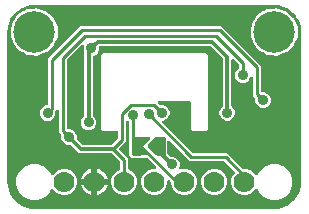
<source format=gbr>
G04 EAGLE Gerber RS-274X export*
G75*
%MOMM*%
%FSLAX34Y34*%
%LPD*%
%INBottom Copper*%
%IPPOS*%
%AMOC8*
5,1,8,0,0,1.08239X$1,22.5*%
G01*
%ADD10C,3.516000*%
%ADD11C,1.778000*%
%ADD12C,0.381000*%
%ADD13C,0.889000*%
%ADD14C,0.254000*%
%ADD15C,0.304800*%

G36*
X228622Y2543D02*
X228622Y2543D01*
X228700Y2545D01*
X232077Y2810D01*
X232145Y2824D01*
X232214Y2829D01*
X232370Y2869D01*
X238794Y4956D01*
X238901Y5006D01*
X239012Y5050D01*
X239063Y5083D01*
X239082Y5091D01*
X239097Y5104D01*
X239148Y5136D01*
X244612Y9107D01*
X244699Y9188D01*
X244746Y9227D01*
X244752Y9231D01*
X244753Y9232D01*
X244791Y9264D01*
X244829Y9310D01*
X244844Y9324D01*
X244855Y9342D01*
X244893Y9388D01*
X248864Y14852D01*
X248921Y14956D01*
X248985Y15056D01*
X249007Y15113D01*
X249017Y15131D01*
X249022Y15151D01*
X249044Y15206D01*
X251131Y21630D01*
X251144Y21698D01*
X251167Y21764D01*
X251190Y21923D01*
X251455Y25300D01*
X251455Y25304D01*
X251456Y25307D01*
X251455Y25326D01*
X251459Y25400D01*
X251459Y152400D01*
X251457Y152422D01*
X251455Y152500D01*
X251190Y155877D01*
X251176Y155945D01*
X251171Y156014D01*
X251131Y156170D01*
X249044Y162594D01*
X248993Y162701D01*
X248950Y162812D01*
X248917Y162863D01*
X248909Y162882D01*
X248896Y162897D01*
X248864Y162948D01*
X247171Y165278D01*
X247153Y165297D01*
X247139Y165320D01*
X247044Y165413D01*
X246953Y165509D01*
X246931Y165524D01*
X246912Y165542D01*
X246798Y165608D01*
X246792Y165624D01*
X246789Y165651D01*
X246740Y165775D01*
X246697Y165900D01*
X246682Y165922D01*
X246672Y165947D01*
X246586Y166083D01*
X244893Y168413D01*
X244812Y168499D01*
X244736Y168591D01*
X244690Y168629D01*
X244676Y168644D01*
X244658Y168655D01*
X244612Y168693D01*
X239148Y172664D01*
X239044Y172721D01*
X238944Y172785D01*
X238887Y172807D01*
X238869Y172817D01*
X238849Y172822D01*
X238794Y172844D01*
X232370Y174931D01*
X232302Y174944D01*
X232236Y174967D01*
X232077Y174990D01*
X228700Y175255D01*
X228678Y175254D01*
X228600Y175259D01*
X25400Y175259D01*
X25378Y175257D01*
X25300Y175255D01*
X21923Y174990D01*
X21855Y174976D01*
X21786Y174971D01*
X21630Y174931D01*
X18892Y174041D01*
X18867Y174030D01*
X18841Y174024D01*
X18724Y173963D01*
X18604Y173906D01*
X18583Y173889D01*
X18560Y173877D01*
X18462Y173789D01*
X18445Y173788D01*
X18418Y173793D01*
X18286Y173785D01*
X18153Y173783D01*
X18128Y173775D01*
X18101Y173774D01*
X17945Y173734D01*
X15206Y172844D01*
X15099Y172794D01*
X14988Y172750D01*
X14937Y172717D01*
X14918Y172709D01*
X14903Y172696D01*
X14852Y172664D01*
X9388Y168693D01*
X9301Y168612D01*
X9209Y168536D01*
X9171Y168490D01*
X9156Y168476D01*
X9145Y168458D01*
X9107Y168412D01*
X5136Y162948D01*
X5079Y162844D01*
X5015Y162744D01*
X4993Y162687D01*
X4983Y162669D01*
X4978Y162649D01*
X4956Y162594D01*
X2869Y156170D01*
X2856Y156102D01*
X2833Y156036D01*
X2810Y155877D01*
X2545Y152500D01*
X2546Y152478D01*
X2541Y152400D01*
X2541Y25400D01*
X2543Y25378D01*
X2545Y25300D01*
X2810Y21923D01*
X2824Y21855D01*
X2829Y21786D01*
X2869Y21630D01*
X4956Y15206D01*
X5006Y15099D01*
X5050Y14988D01*
X5083Y14937D01*
X5091Y14918D01*
X5104Y14903D01*
X5136Y14852D01*
X9107Y9388D01*
X9127Y9366D01*
X9138Y9348D01*
X9184Y9305D01*
X9188Y9301D01*
X9264Y9209D01*
X9310Y9171D01*
X9324Y9156D01*
X9342Y9145D01*
X9388Y9107D01*
X14852Y5136D01*
X14956Y5079D01*
X15056Y5015D01*
X15113Y4993D01*
X15131Y4983D01*
X15151Y4978D01*
X15206Y4956D01*
X21630Y2869D01*
X21698Y2856D01*
X21764Y2833D01*
X21923Y2810D01*
X25300Y2545D01*
X25322Y2546D01*
X25400Y2541D01*
X228600Y2541D01*
X228622Y2543D01*
G37*
%LPC*%
G36*
X225568Y10159D02*
X225568Y10159D01*
X219967Y12480D01*
X215680Y16767D01*
X214736Y19045D01*
X214667Y19166D01*
X214602Y19289D01*
X214588Y19304D01*
X214578Y19322D01*
X214481Y19422D01*
X214388Y19525D01*
X214371Y19536D01*
X214357Y19550D01*
X214238Y19623D01*
X214122Y19699D01*
X214103Y19706D01*
X214086Y19716D01*
X213953Y19757D01*
X213821Y19802D01*
X213801Y19804D01*
X213782Y19810D01*
X213643Y19816D01*
X213504Y19828D01*
X213484Y19824D01*
X213464Y19825D01*
X213328Y19797D01*
X213191Y19773D01*
X213172Y19765D01*
X213153Y19761D01*
X213027Y19699D01*
X212901Y19642D01*
X212885Y19630D01*
X212867Y19621D01*
X212761Y19530D01*
X212652Y19444D01*
X212640Y19428D01*
X212625Y19415D01*
X212545Y19301D01*
X212536Y19289D01*
X209387Y16140D01*
X205373Y14477D01*
X201027Y14477D01*
X197013Y16140D01*
X193940Y19213D01*
X192277Y23227D01*
X192277Y27573D01*
X193940Y31587D01*
X194784Y32431D01*
X194856Y32525D01*
X194935Y32614D01*
X194954Y32650D01*
X194979Y32682D01*
X195026Y32791D01*
X195080Y32897D01*
X195089Y32937D01*
X195105Y32974D01*
X195124Y33091D01*
X195150Y33207D01*
X195148Y33248D01*
X195155Y33288D01*
X195144Y33406D01*
X195140Y33525D01*
X195129Y33564D01*
X195125Y33604D01*
X195085Y33717D01*
X195052Y33831D01*
X195031Y33866D01*
X195017Y33904D01*
X194950Y34002D01*
X194890Y34105D01*
X194850Y34150D01*
X194839Y34167D01*
X194823Y34180D01*
X194784Y34226D01*
X186329Y42681D01*
X186250Y42741D01*
X186178Y42809D01*
X186125Y42838D01*
X186077Y42875D01*
X185986Y42915D01*
X185900Y42963D01*
X185841Y42978D01*
X185786Y43002D01*
X185688Y43017D01*
X185592Y43042D01*
X185492Y43048D01*
X185472Y43052D01*
X185459Y43050D01*
X185431Y43052D01*
X157001Y43052D01*
X154695Y45359D01*
X140089Y59964D01*
X139980Y60049D01*
X139873Y60138D01*
X139854Y60146D01*
X139838Y60159D01*
X139710Y60214D01*
X139585Y60273D01*
X139565Y60277D01*
X139546Y60285D01*
X139408Y60307D01*
X139272Y60333D01*
X139252Y60332D01*
X139232Y60335D01*
X139093Y60322D01*
X138955Y60313D01*
X138936Y60307D01*
X138916Y60305D01*
X138784Y60258D01*
X138653Y60215D01*
X138635Y60204D01*
X138616Y60197D01*
X138501Y60119D01*
X138384Y60045D01*
X138370Y60030D01*
X138353Y60019D01*
X138261Y59915D01*
X138166Y59813D01*
X138156Y59796D01*
X138143Y59780D01*
X138079Y59657D01*
X138012Y59535D01*
X138007Y59515D01*
X137998Y59497D01*
X137968Y59361D01*
X137933Y59227D01*
X137931Y59199D01*
X137928Y59187D01*
X137929Y59166D01*
X137923Y59066D01*
X137923Y49831D01*
X137935Y49733D01*
X137938Y49634D01*
X137955Y49575D01*
X137963Y49515D01*
X137999Y49423D01*
X138027Y49328D01*
X138057Y49276D01*
X138080Y49220D01*
X138138Y49140D01*
X138188Y49054D01*
X138254Y48979D01*
X138266Y48962D01*
X138276Y48955D01*
X138294Y48933D01*
X140079Y47148D01*
X140158Y47088D01*
X140230Y47020D01*
X140283Y46991D01*
X140331Y46954D01*
X140422Y46914D01*
X140508Y46866D01*
X140567Y46851D01*
X140623Y46827D01*
X140721Y46812D01*
X140816Y46787D01*
X140916Y46781D01*
X140937Y46777D01*
X140949Y46778D01*
X140977Y46777D01*
X143188Y46777D01*
X145568Y45791D01*
X147391Y43968D01*
X148377Y41588D01*
X148377Y39010D01*
X147822Y37672D01*
X147785Y37537D01*
X147745Y37405D01*
X147744Y37385D01*
X147738Y37365D01*
X147736Y37226D01*
X147729Y37087D01*
X147733Y37067D01*
X147733Y37047D01*
X147766Y36911D01*
X147794Y36776D01*
X147803Y36758D01*
X147807Y36738D01*
X147873Y36614D01*
X147933Y36490D01*
X147947Y36475D01*
X147956Y36457D01*
X148050Y36354D01*
X148140Y36248D01*
X148156Y36236D01*
X148170Y36221D01*
X148286Y36145D01*
X148400Y36065D01*
X148419Y36058D01*
X148436Y36047D01*
X148567Y36001D01*
X148697Y35952D01*
X148717Y35950D01*
X148736Y35943D01*
X148875Y35932D01*
X149013Y35917D01*
X149033Y35920D01*
X149053Y35918D01*
X149191Y35942D01*
X149328Y35961D01*
X149355Y35970D01*
X149367Y35973D01*
X149385Y35981D01*
X149481Y36013D01*
X150227Y36323D01*
X154573Y36323D01*
X158587Y34660D01*
X161660Y31587D01*
X163323Y27573D01*
X163323Y23227D01*
X161660Y19213D01*
X158587Y16140D01*
X154573Y14477D01*
X150227Y14477D01*
X146213Y16140D01*
X143140Y19213D01*
X141477Y23227D01*
X141477Y24568D01*
X141465Y24666D01*
X141462Y24765D01*
X141445Y24824D01*
X141437Y24884D01*
X141401Y24976D01*
X141373Y25071D01*
X141343Y25123D01*
X141320Y25179D01*
X141262Y25259D01*
X141212Y25345D01*
X141146Y25420D01*
X141134Y25437D01*
X141124Y25445D01*
X141106Y25466D01*
X140089Y26482D01*
X139980Y26567D01*
X139873Y26656D01*
X139854Y26664D01*
X139838Y26677D01*
X139710Y26732D01*
X139585Y26791D01*
X139565Y26795D01*
X139546Y26803D01*
X139408Y26825D01*
X139272Y26851D01*
X139252Y26850D01*
X139232Y26853D01*
X139093Y26840D01*
X138955Y26831D01*
X138936Y26825D01*
X138916Y26823D01*
X138784Y26776D01*
X138653Y26733D01*
X138635Y26722D01*
X138616Y26715D01*
X138501Y26637D01*
X138384Y26563D01*
X138370Y26548D01*
X138353Y26537D01*
X138261Y26433D01*
X138166Y26331D01*
X138156Y26314D01*
X138143Y26298D01*
X138079Y26175D01*
X138012Y26053D01*
X138007Y26033D01*
X137998Y26015D01*
X137968Y25879D01*
X137933Y25745D01*
X137931Y25717D01*
X137928Y25705D01*
X137929Y25684D01*
X137923Y25584D01*
X137923Y23227D01*
X136260Y19213D01*
X133187Y16140D01*
X129173Y14477D01*
X124827Y14477D01*
X120813Y16140D01*
X117740Y19213D01*
X116077Y23227D01*
X116077Y27573D01*
X117740Y31587D01*
X120813Y34660D01*
X124827Y36323D01*
X127184Y36323D01*
X127322Y36340D01*
X127461Y36353D01*
X127480Y36360D01*
X127500Y36363D01*
X127629Y36414D01*
X127760Y36461D01*
X127777Y36472D01*
X127795Y36480D01*
X127908Y36561D01*
X128023Y36639D01*
X128036Y36655D01*
X128053Y36666D01*
X128142Y36774D01*
X128234Y36878D01*
X128243Y36896D01*
X128256Y36911D01*
X128315Y37037D01*
X128378Y37161D01*
X128383Y37181D01*
X128391Y37199D01*
X128417Y37335D01*
X128448Y37471D01*
X128447Y37492D01*
X128451Y37511D01*
X128442Y37650D01*
X128438Y37789D01*
X128432Y37809D01*
X128431Y37829D01*
X128388Y37961D01*
X128350Y38095D01*
X128339Y38112D01*
X128333Y38131D01*
X128259Y38249D01*
X128188Y38369D01*
X128170Y38390D01*
X128163Y38400D01*
X128148Y38414D01*
X128082Y38489D01*
X120978Y45594D01*
X120899Y45654D01*
X120827Y45722D01*
X120774Y45751D01*
X120726Y45788D01*
X120635Y45828D01*
X120549Y45876D01*
X120490Y45891D01*
X120435Y45915D01*
X120337Y45930D01*
X120241Y45955D01*
X120141Y45961D01*
X120121Y45965D01*
X120108Y45963D01*
X120080Y45965D01*
X107727Y45965D01*
X105941Y47751D01*
X105941Y47984D01*
X105929Y48083D01*
X105926Y48182D01*
X105917Y48211D01*
X105917Y75323D01*
X105905Y75421D01*
X105902Y75520D01*
X105885Y75579D01*
X105877Y75639D01*
X105841Y75731D01*
X105813Y75826D01*
X105783Y75878D01*
X105760Y75934D01*
X105702Y76014D01*
X105652Y76100D01*
X105586Y76175D01*
X105574Y76192D01*
X105564Y76199D01*
X105546Y76221D01*
X105165Y76602D01*
X105055Y76687D01*
X104948Y76776D01*
X104929Y76784D01*
X104913Y76797D01*
X104786Y76852D01*
X104660Y76911D01*
X104640Y76915D01*
X104621Y76923D01*
X104484Y76945D01*
X104347Y76971D01*
X104327Y76970D01*
X104307Y76973D01*
X104169Y76960D01*
X104030Y76951D01*
X104011Y76945D01*
X103991Y76943D01*
X103859Y76896D01*
X103728Y76853D01*
X103711Y76842D01*
X103691Y76835D01*
X103576Y76757D01*
X103459Y76683D01*
X103445Y76668D01*
X103428Y76657D01*
X103336Y76553D01*
X103241Y76451D01*
X103231Y76434D01*
X103218Y76418D01*
X103154Y76294D01*
X103087Y76173D01*
X103082Y76153D01*
X103073Y76135D01*
X103042Y75999D01*
X103008Y75865D01*
X103006Y75837D01*
X103003Y75825D01*
X103004Y75804D01*
X102998Y75704D01*
X102998Y59592D01*
X100691Y57286D01*
X97643Y54238D01*
X97570Y54143D01*
X97492Y54054D01*
X97473Y54018D01*
X97448Y53986D01*
X97401Y53877D01*
X97347Y53771D01*
X97338Y53732D01*
X97322Y53694D01*
X97303Y53577D01*
X97277Y53461D01*
X97278Y53420D01*
X97272Y53380D01*
X97283Y53262D01*
X97287Y53143D01*
X97298Y53104D01*
X97302Y53064D01*
X97342Y52951D01*
X97375Y52837D01*
X97396Y52803D01*
X97410Y52764D01*
X97476Y52666D01*
X97537Y52563D01*
X97577Y52518D01*
X97588Y52501D01*
X97603Y52488D01*
X97643Y52443D01*
X104903Y45183D01*
X104903Y36703D01*
X104906Y36673D01*
X104904Y36644D01*
X104926Y36516D01*
X104943Y36387D01*
X104953Y36360D01*
X104958Y36331D01*
X105012Y36212D01*
X105060Y36091D01*
X105077Y36068D01*
X105089Y36041D01*
X105170Y35939D01*
X105246Y35834D01*
X105269Y35815D01*
X105288Y35792D01*
X105391Y35714D01*
X105491Y35631D01*
X105518Y35619D01*
X105542Y35601D01*
X105686Y35530D01*
X107787Y34660D01*
X110860Y31587D01*
X112523Y27573D01*
X112523Y23227D01*
X110860Y19213D01*
X107787Y16140D01*
X103773Y14477D01*
X99427Y14477D01*
X95413Y16140D01*
X92340Y19213D01*
X90677Y23227D01*
X90677Y27573D01*
X92340Y31587D01*
X95413Y34660D01*
X97514Y35530D01*
X97539Y35545D01*
X97567Y35554D01*
X97677Y35623D01*
X97790Y35688D01*
X97811Y35708D01*
X97836Y35724D01*
X97925Y35819D01*
X98018Y35909D01*
X98034Y35934D01*
X98054Y35956D01*
X98117Y36069D01*
X98185Y36180D01*
X98193Y36208D01*
X98208Y36234D01*
X98240Y36360D01*
X98278Y36484D01*
X98280Y36513D01*
X98287Y36542D01*
X98297Y36703D01*
X98297Y41921D01*
X98285Y42019D01*
X98282Y42118D01*
X98265Y42177D01*
X98257Y42237D01*
X98221Y42329D01*
X98193Y42424D01*
X98163Y42476D01*
X98140Y42532D01*
X98082Y42612D01*
X98032Y42698D01*
X97966Y42773D01*
X97954Y42790D01*
X97944Y42798D01*
X97926Y42819D01*
X91333Y49412D01*
X91254Y49472D01*
X91182Y49540D01*
X91129Y49569D01*
X91081Y49606D01*
X90990Y49646D01*
X90904Y49694D01*
X90845Y49709D01*
X90790Y49733D01*
X90692Y49748D01*
X90596Y49773D01*
X90496Y49779D01*
X90475Y49783D01*
X90463Y49781D01*
X90435Y49783D01*
X63297Y49783D01*
X56430Y56651D01*
X56351Y56711D01*
X56279Y56779D01*
X56226Y56808D01*
X56178Y56845D01*
X56087Y56885D01*
X56001Y56933D01*
X55942Y56948D01*
X55886Y56972D01*
X55788Y56987D01*
X55693Y57012D01*
X55593Y57018D01*
X55572Y57022D01*
X55560Y57020D01*
X55532Y57022D01*
X53321Y57022D01*
X50941Y58008D01*
X49118Y59831D01*
X48132Y62211D01*
X48132Y64781D01*
X48120Y64879D01*
X48117Y64978D01*
X48100Y65037D01*
X48092Y65097D01*
X48056Y65189D01*
X48028Y65284D01*
X47998Y65336D01*
X47975Y65392D01*
X47917Y65472D01*
X47867Y65558D01*
X47801Y65633D01*
X47789Y65650D01*
X47779Y65658D01*
X47761Y65679D01*
X46227Y67212D01*
X46227Y85572D01*
X46210Y85710D01*
X46197Y85849D01*
X46190Y85868D01*
X46187Y85888D01*
X46136Y86017D01*
X46089Y86148D01*
X46078Y86165D01*
X46070Y86183D01*
X45989Y86296D01*
X45911Y86411D01*
X45895Y86424D01*
X45884Y86441D01*
X45776Y86530D01*
X45672Y86621D01*
X45654Y86631D01*
X45639Y86644D01*
X45513Y86703D01*
X45389Y86766D01*
X45369Y86770D01*
X45351Y86779D01*
X45214Y86805D01*
X45079Y86836D01*
X45058Y86835D01*
X45039Y86839D01*
X44900Y86830D01*
X44761Y86826D01*
X44741Y86820D01*
X44721Y86819D01*
X44589Y86776D01*
X44455Y86738D01*
X44438Y86727D01*
X44419Y86721D01*
X44301Y86647D01*
X44181Y86576D01*
X44160Y86557D01*
X44150Y86551D01*
X44136Y86536D01*
X44060Y86470D01*
X43425Y85835D01*
X43365Y85756D01*
X43297Y85684D01*
X43268Y85631D01*
X43231Y85583D01*
X43191Y85492D01*
X43143Y85406D01*
X43128Y85347D01*
X43104Y85291D01*
X43089Y85194D01*
X43064Y85098D01*
X43058Y84998D01*
X43054Y84977D01*
X43056Y84965D01*
X43054Y84937D01*
X43054Y82367D01*
X42068Y79987D01*
X40245Y78164D01*
X37865Y77178D01*
X35287Y77178D01*
X32907Y78164D01*
X31084Y79987D01*
X30098Y82367D01*
X30098Y84944D01*
X31084Y87325D01*
X32907Y89147D01*
X35287Y90134D01*
X36068Y90134D01*
X36186Y90149D01*
X36305Y90156D01*
X36343Y90168D01*
X36384Y90173D01*
X36494Y90217D01*
X36607Y90254D01*
X36642Y90276D01*
X36679Y90290D01*
X36775Y90360D01*
X36876Y90424D01*
X36904Y90454D01*
X36937Y90477D01*
X37013Y90569D01*
X37094Y90656D01*
X37114Y90691D01*
X37139Y90722D01*
X37190Y90830D01*
X37248Y90934D01*
X37258Y90973D01*
X37275Y91010D01*
X37297Y91127D01*
X37327Y91242D01*
X37331Y91302D01*
X37335Y91322D01*
X37333Y91343D01*
X37337Y91403D01*
X37337Y130273D01*
X64672Y157608D01*
X183613Y157608D01*
X214991Y126229D01*
X217298Y123923D01*
X217298Y102362D01*
X217313Y102244D01*
X217320Y102125D01*
X217333Y102087D01*
X217338Y102046D01*
X217381Y101936D01*
X217418Y101823D01*
X217440Y101788D01*
X217455Y101751D01*
X217524Y101655D01*
X217588Y101554D01*
X217618Y101526D01*
X217641Y101493D01*
X217733Y101417D01*
X217820Y101336D01*
X217855Y101316D01*
X217886Y101291D01*
X217994Y101240D01*
X218098Y101182D01*
X218138Y101172D01*
X218174Y101155D01*
X218291Y101133D01*
X218406Y101103D01*
X218466Y101099D01*
X218486Y101095D01*
X218507Y101097D01*
X218567Y101093D01*
X220364Y101093D01*
X222744Y100107D01*
X224567Y98284D01*
X225553Y95904D01*
X225553Y93326D01*
X224567Y90946D01*
X222744Y89123D01*
X220364Y88137D01*
X217786Y88137D01*
X215406Y89123D01*
X213583Y90946D01*
X212597Y93326D01*
X212597Y95896D01*
X212585Y95994D01*
X212582Y96093D01*
X212565Y96152D01*
X212557Y96212D01*
X212521Y96304D01*
X212493Y96399D01*
X212463Y96451D01*
X212440Y96507D01*
X212382Y96587D01*
X212332Y96673D01*
X212266Y96748D01*
X212254Y96765D01*
X212244Y96773D01*
X212226Y96794D01*
X210692Y98327D01*
X210692Y113416D01*
X210684Y113485D01*
X210685Y113555D01*
X210664Y113642D01*
X210652Y113731D01*
X210627Y113796D01*
X210610Y113864D01*
X210568Y113944D01*
X210535Y114027D01*
X210494Y114084D01*
X210462Y114145D01*
X210401Y114212D01*
X210349Y114285D01*
X210295Y114329D01*
X210248Y114381D01*
X210173Y114430D01*
X210104Y114487D01*
X210040Y114517D01*
X209982Y114555D01*
X209897Y114585D01*
X209816Y114623D01*
X209747Y114636D01*
X209681Y114659D01*
X209592Y114666D01*
X209504Y114683D01*
X209434Y114678D01*
X209364Y114684D01*
X209276Y114668D01*
X209186Y114663D01*
X209120Y114641D01*
X209051Y114629D01*
X208969Y114593D01*
X208884Y114565D01*
X208825Y114528D01*
X208761Y114499D01*
X208691Y114443D01*
X208615Y114395D01*
X208567Y114344D01*
X208513Y114300D01*
X208458Y114228D01*
X208397Y114163D01*
X208363Y114102D01*
X208321Y114046D01*
X208250Y113902D01*
X207422Y111901D01*
X205599Y110078D01*
X203219Y109092D01*
X200641Y109092D01*
X198261Y110078D01*
X196438Y111901D01*
X195452Y114281D01*
X195452Y116859D01*
X196438Y119239D01*
X198256Y121056D01*
X198316Y121135D01*
X198384Y121207D01*
X198413Y121260D01*
X198450Y121308D01*
X198490Y121399D01*
X198538Y121485D01*
X198553Y121544D01*
X198577Y121600D01*
X198592Y121698D01*
X198617Y121793D01*
X198623Y121893D01*
X198627Y121914D01*
X198625Y121926D01*
X198627Y121954D01*
X198627Y124471D01*
X198615Y124569D01*
X198612Y124668D01*
X198595Y124727D01*
X198587Y124787D01*
X198551Y124879D01*
X198523Y124974D01*
X198493Y125026D01*
X198470Y125082D01*
X198412Y125162D01*
X198362Y125248D01*
X198296Y125323D01*
X198284Y125340D01*
X198274Y125348D01*
X198256Y125369D01*
X194318Y129306D01*
X194209Y129391D01*
X194102Y129480D01*
X194083Y129488D01*
X194067Y129501D01*
X193939Y129556D01*
X193814Y129615D01*
X193794Y129619D01*
X193775Y129627D01*
X193637Y129649D01*
X193501Y129675D01*
X193481Y129674D01*
X193461Y129677D01*
X193322Y129664D01*
X193184Y129655D01*
X193165Y129649D01*
X193145Y129647D01*
X193013Y129600D01*
X192882Y129557D01*
X192864Y129546D01*
X192845Y129539D01*
X192730Y129461D01*
X192613Y129387D01*
X192599Y129372D01*
X192582Y129361D01*
X192490Y129257D01*
X192395Y129155D01*
X192385Y129138D01*
X192372Y129122D01*
X192308Y128998D01*
X192241Y128877D01*
X192236Y128857D01*
X192227Y128839D01*
X192197Y128703D01*
X192162Y128569D01*
X192160Y128541D01*
X192157Y128529D01*
X192158Y128508D01*
X192152Y128408D01*
X192152Y89950D01*
X192164Y89852D01*
X192167Y89753D01*
X192184Y89694D01*
X192192Y89634D01*
X192228Y89542D01*
X192256Y89447D01*
X192286Y89395D01*
X192309Y89339D01*
X192367Y89259D01*
X192417Y89173D01*
X192483Y89098D01*
X192495Y89081D01*
X192505Y89074D01*
X192523Y89052D01*
X194087Y87489D01*
X195073Y85109D01*
X195073Y82531D01*
X194087Y80151D01*
X192264Y78328D01*
X189884Y77342D01*
X187306Y77342D01*
X184926Y78328D01*
X183103Y80151D01*
X182117Y82531D01*
X182117Y85109D01*
X183103Y87489D01*
X184667Y89052D01*
X184727Y89131D01*
X184795Y89203D01*
X184824Y89256D01*
X184861Y89304D01*
X184901Y89395D01*
X184949Y89481D01*
X184964Y89540D01*
X184988Y89596D01*
X185003Y89694D01*
X185028Y89789D01*
X185034Y89889D01*
X185038Y89910D01*
X185036Y89922D01*
X185038Y89950D01*
X185038Y129446D01*
X185026Y129544D01*
X185023Y129643D01*
X185006Y129701D01*
X184998Y129762D01*
X184962Y129854D01*
X184934Y129949D01*
X184904Y130001D01*
X184881Y130057D01*
X184823Y130137D01*
X184773Y130223D01*
X184729Y130273D01*
X184728Y130274D01*
X184727Y130275D01*
X184707Y130298D01*
X184695Y130315D01*
X184685Y130322D01*
X184667Y130344D01*
X174714Y140297D01*
X174635Y140357D01*
X174563Y140425D01*
X174510Y140454D01*
X174462Y140491D01*
X174371Y140531D01*
X174285Y140579D01*
X174226Y140594D01*
X174170Y140618D01*
X174072Y140633D01*
X173977Y140658D01*
X173877Y140664D01*
X173856Y140668D01*
X173844Y140666D01*
X173816Y140668D01*
X81454Y140668D01*
X81356Y140656D01*
X81257Y140653D01*
X81199Y140636D01*
X81138Y140628D01*
X81046Y140592D01*
X80951Y140564D01*
X80899Y140534D01*
X80843Y140511D01*
X80763Y140453D01*
X80677Y140403D01*
X80602Y140337D01*
X80585Y140325D01*
X80578Y140315D01*
X80556Y140297D01*
X80509Y140250D01*
X80449Y140171D01*
X80381Y140099D01*
X80352Y140046D01*
X80315Y139998D01*
X80275Y139907D01*
X80227Y139821D01*
X80212Y139762D01*
X80188Y139706D01*
X80173Y139608D01*
X80148Y139513D01*
X80142Y139413D01*
X80138Y139392D01*
X80140Y139380D01*
X80138Y139352D01*
X80138Y137141D01*
X79152Y134761D01*
X77329Y132938D01*
X75720Y132272D01*
X75695Y132257D01*
X75667Y132248D01*
X75557Y132179D01*
X75444Y132114D01*
X75423Y132094D01*
X75398Y132078D01*
X75309Y131983D01*
X75216Y131893D01*
X75200Y131868D01*
X75180Y131846D01*
X75117Y131733D01*
X75049Y131622D01*
X75041Y131594D01*
X75026Y131568D01*
X74994Y131442D01*
X74956Y131318D01*
X74954Y131289D01*
X74947Y131260D01*
X74937Y131099D01*
X74937Y81955D01*
X74949Y81857D01*
X74952Y81758D01*
X74969Y81700D01*
X74977Y81639D01*
X75013Y81547D01*
X75041Y81452D01*
X75071Y81400D01*
X75094Y81344D01*
X75152Y81264D01*
X75202Y81178D01*
X75269Y81103D01*
X75281Y81086D01*
X75290Y81079D01*
X75309Y81057D01*
X76872Y79494D01*
X77858Y77114D01*
X77858Y74537D01*
X76872Y72156D01*
X75049Y70333D01*
X72669Y69347D01*
X70092Y69347D01*
X67711Y70333D01*
X65888Y72156D01*
X64902Y74537D01*
X64902Y77114D01*
X65888Y79494D01*
X67452Y81057D01*
X67512Y81136D01*
X67580Y81208D01*
X67609Y81261D01*
X67647Y81309D01*
X67686Y81400D01*
X67734Y81486D01*
X67749Y81545D01*
X67773Y81601D01*
X67788Y81699D01*
X67813Y81794D01*
X67819Y81894D01*
X67823Y81915D01*
X67822Y81927D01*
X67823Y81955D01*
X67823Y135341D01*
X67822Y135351D01*
X67823Y135360D01*
X67802Y135509D01*
X67783Y135657D01*
X67780Y135666D01*
X67779Y135675D01*
X67727Y135827D01*
X67182Y137141D01*
X67182Y139732D01*
X67190Y139759D01*
X67218Y139824D01*
X67232Y139912D01*
X67255Y139999D01*
X67256Y140069D01*
X67267Y140138D01*
X67259Y140227D01*
X67260Y140317D01*
X67244Y140385D01*
X67238Y140454D01*
X67207Y140539D01*
X67186Y140626D01*
X67154Y140688D01*
X67130Y140754D01*
X67080Y140828D01*
X67038Y140907D01*
X66991Y140959D01*
X66951Y141017D01*
X66884Y141076D01*
X66824Y141143D01*
X66765Y141181D01*
X66713Y141227D01*
X66633Y141268D01*
X66558Y141317D01*
X66492Y141340D01*
X66430Y141372D01*
X66342Y141392D01*
X66257Y141421D01*
X66187Y141426D01*
X66119Y141442D01*
X66030Y141439D01*
X65940Y141446D01*
X65871Y141434D01*
X65802Y141432D01*
X65715Y141407D01*
X65627Y141392D01*
X65563Y141363D01*
X65496Y141343D01*
X65419Y141298D01*
X65337Y141261D01*
X65282Y141217D01*
X65222Y141182D01*
X65101Y141076D01*
X53204Y129179D01*
X53144Y129100D01*
X53076Y129028D01*
X53047Y128975D01*
X53010Y128927D01*
X52970Y128836D01*
X52922Y128750D01*
X52907Y128691D01*
X52883Y128636D01*
X52868Y128538D01*
X52843Y128442D01*
X52837Y128342D01*
X52833Y128321D01*
X52835Y128309D01*
X52833Y128281D01*
X52833Y71247D01*
X52848Y71129D01*
X52855Y71010D01*
X52868Y70972D01*
X52873Y70931D01*
X52916Y70821D01*
X52953Y70708D01*
X52975Y70673D01*
X52990Y70636D01*
X53059Y70540D01*
X53123Y70439D01*
X53153Y70411D01*
X53176Y70378D01*
X53268Y70302D01*
X53355Y70221D01*
X53390Y70201D01*
X53421Y70176D01*
X53529Y70125D01*
X53633Y70067D01*
X53673Y70057D01*
X53709Y70040D01*
X53826Y70018D01*
X53941Y69988D01*
X54001Y69984D01*
X54021Y69980D01*
X54042Y69982D01*
X54102Y69978D01*
X55899Y69978D01*
X58279Y68992D01*
X60102Y67169D01*
X61088Y64789D01*
X61088Y62578D01*
X61100Y62480D01*
X61103Y62381D01*
X61120Y62323D01*
X61128Y62262D01*
X61164Y62170D01*
X61192Y62075D01*
X61222Y62023D01*
X61245Y61967D01*
X61303Y61887D01*
X61353Y61801D01*
X61419Y61726D01*
X61431Y61709D01*
X61441Y61702D01*
X61459Y61680D01*
X65871Y57268D01*
X65950Y57208D01*
X66022Y57140D01*
X66075Y57111D01*
X66123Y57074D01*
X66214Y57034D01*
X66300Y56986D01*
X66359Y56971D01*
X66415Y56947D01*
X66513Y56932D01*
X66608Y56907D01*
X66708Y56901D01*
X66729Y56897D01*
X66741Y56899D01*
X66769Y56897D01*
X90435Y56897D01*
X90533Y56909D01*
X90632Y56912D01*
X90691Y56929D01*
X90751Y56937D01*
X90843Y56973D01*
X90938Y57001D01*
X90990Y57031D01*
X91046Y57054D01*
X91126Y57112D01*
X91212Y57162D01*
X91287Y57228D01*
X91304Y57240D01*
X91312Y57250D01*
X91333Y57268D01*
X96021Y61956D01*
X96081Y62035D01*
X96149Y62107D01*
X96178Y62160D01*
X96215Y62208D01*
X96255Y62299D01*
X96303Y62385D01*
X96318Y62444D01*
X96342Y62499D01*
X96357Y62597D01*
X96382Y62693D01*
X96388Y62793D01*
X96392Y62814D01*
X96390Y62826D01*
X96392Y62854D01*
X96392Y67606D01*
X96375Y67744D01*
X96362Y67883D01*
X96355Y67902D01*
X96352Y67922D01*
X96301Y68051D01*
X96254Y68182D01*
X96243Y68199D01*
X96235Y68217D01*
X96154Y68330D01*
X96075Y68445D01*
X96060Y68458D01*
X96049Y68475D01*
X95941Y68564D01*
X95837Y68656D01*
X95819Y68665D01*
X95804Y68677D01*
X95677Y68737D01*
X95554Y68800D01*
X95534Y68804D01*
X95516Y68813D01*
X95380Y68839D01*
X95243Y68870D01*
X95223Y68869D01*
X95204Y68873D01*
X95065Y68864D01*
X94925Y68860D01*
X94906Y68854D01*
X94886Y68853D01*
X94825Y68833D01*
X83245Y68833D01*
X81533Y70545D01*
X81533Y132655D01*
X83245Y134367D01*
X170755Y134367D01*
X172467Y132655D01*
X172467Y70545D01*
X170755Y68833D01*
X159445Y68833D01*
X157733Y70545D01*
X157733Y92710D01*
X157718Y92828D01*
X157711Y92947D01*
X157698Y92985D01*
X157693Y93026D01*
X157650Y93136D01*
X157613Y93249D01*
X157591Y93284D01*
X157576Y93321D01*
X157507Y93417D01*
X157443Y93518D01*
X157413Y93546D01*
X157390Y93579D01*
X157298Y93655D01*
X157211Y93736D01*
X157176Y93756D01*
X157145Y93781D01*
X157037Y93832D01*
X156933Y93890D01*
X156893Y93900D01*
X156857Y93917D01*
X156740Y93939D01*
X156625Y93969D01*
X156565Y93973D01*
X156545Y93977D01*
X156524Y93975D01*
X156464Y93979D01*
X130926Y93979D01*
X130787Y93962D01*
X130648Y93948D01*
X130629Y93942D01*
X130610Y93939D01*
X130480Y93888D01*
X130349Y93840D01*
X130333Y93830D01*
X130315Y93822D01*
X130201Y93740D01*
X130086Y93661D01*
X130073Y93647D01*
X130057Y93636D01*
X129968Y93528D01*
X129875Y93423D01*
X129867Y93405D01*
X129854Y93391D01*
X129795Y93264D01*
X129731Y93139D01*
X129727Y93120D01*
X129719Y93103D01*
X129693Y92966D01*
X129662Y92829D01*
X129663Y92810D01*
X129659Y92791D01*
X129668Y92651D01*
X129672Y92511D01*
X129678Y92492D01*
X129679Y92473D01*
X129722Y92340D01*
X129761Y92206D01*
X129771Y92189D01*
X129777Y92171D01*
X129852Y92053D01*
X129923Y91932D01*
X129941Y91912D01*
X129947Y91902D01*
X129962Y91888D01*
X130029Y91811D01*
X130041Y91800D01*
X131171Y90669D01*
X131250Y90609D01*
X131322Y90541D01*
X131375Y90512D01*
X131423Y90475D01*
X131514Y90435D01*
X131600Y90387D01*
X131659Y90372D01*
X131714Y90348D01*
X131812Y90333D01*
X131908Y90308D01*
X132008Y90302D01*
X132029Y90298D01*
X132041Y90300D01*
X132069Y90298D01*
X134639Y90298D01*
X137019Y89312D01*
X138842Y87489D01*
X139828Y85109D01*
X139828Y82531D01*
X138842Y80151D01*
X137019Y78328D01*
X134565Y77312D01*
X134522Y77287D01*
X134475Y77270D01*
X134384Y77209D01*
X134289Y77154D01*
X134253Y77120D01*
X134212Y77092D01*
X134139Y77009D01*
X134060Y76933D01*
X134034Y76891D01*
X134001Y76853D01*
X133951Y76756D01*
X133894Y76662D01*
X133879Y76614D01*
X133857Y76570D01*
X133833Y76463D01*
X133800Y76358D01*
X133798Y76308D01*
X133787Y76260D01*
X133790Y76150D01*
X133785Y76040D01*
X133795Y75992D01*
X133797Y75942D01*
X133827Y75836D01*
X133850Y75729D01*
X133871Y75684D01*
X133885Y75636D01*
X133941Y75542D01*
X133989Y75443D01*
X134021Y75405D01*
X134047Y75362D01*
X134153Y75242D01*
X159365Y50029D01*
X159444Y49969D01*
X159516Y49901D01*
X159569Y49872D01*
X159617Y49835D01*
X159708Y49795D01*
X159794Y49747D01*
X159853Y49732D01*
X159908Y49708D01*
X160006Y49693D01*
X160102Y49668D01*
X160202Y49662D01*
X160223Y49658D01*
X160235Y49660D01*
X160263Y49658D01*
X188693Y49658D01*
X190999Y47352D01*
X190999Y47351D01*
X201656Y36694D01*
X201735Y36634D01*
X201807Y36566D01*
X201860Y36537D01*
X201908Y36500D01*
X201999Y36460D01*
X202085Y36412D01*
X202144Y36397D01*
X202199Y36373D01*
X202297Y36358D01*
X202393Y36333D01*
X202493Y36327D01*
X202513Y36323D01*
X202526Y36325D01*
X202554Y36323D01*
X205373Y36323D01*
X209387Y34660D01*
X212511Y31536D01*
X212524Y31511D01*
X212538Y31496D01*
X212548Y31479D01*
X212644Y31379D01*
X212738Y31276D01*
X212755Y31265D01*
X212769Y31250D01*
X212888Y31177D01*
X213004Y31101D01*
X213023Y31094D01*
X213040Y31084D01*
X213173Y31043D01*
X213305Y30998D01*
X213325Y30996D01*
X213344Y30990D01*
X213483Y30984D01*
X213622Y30972D01*
X213642Y30976D01*
X213662Y30975D01*
X213798Y31003D01*
X213935Y31027D01*
X213953Y31035D01*
X213973Y31039D01*
X214098Y31100D01*
X214225Y31157D01*
X214241Y31170D01*
X214259Y31179D01*
X214365Y31269D01*
X214474Y31356D01*
X214486Y31372D01*
X214501Y31385D01*
X214581Y31499D01*
X214665Y31610D01*
X214677Y31635D01*
X214684Y31645D01*
X214691Y31664D01*
X214736Y31755D01*
X215680Y34033D01*
X219967Y38320D01*
X225568Y40641D01*
X231632Y40641D01*
X237233Y38320D01*
X241520Y34033D01*
X243841Y28432D01*
X243841Y22368D01*
X241520Y16767D01*
X237233Y12480D01*
X231632Y10159D01*
X225568Y10159D01*
G37*
%LPD*%
%LPC*%
G36*
X226876Y132780D02*
X226876Y132780D01*
X226858Y132780D01*
X226743Y132787D01*
X224699Y132787D01*
X224151Y133014D01*
X224052Y133041D01*
X223957Y133077D01*
X223865Y133092D01*
X223844Y133098D01*
X223831Y133098D01*
X223798Y133104D01*
X222379Y133253D01*
X219415Y134964D01*
X219413Y134965D01*
X219410Y134967D01*
X219266Y135038D01*
X217490Y135773D01*
X216893Y136370D01*
X216826Y136422D01*
X216765Y136483D01*
X216651Y136558D01*
X216642Y136565D01*
X216638Y136567D01*
X216631Y136572D01*
X215129Y137439D01*
X213339Y139903D01*
X213326Y139917D01*
X213316Y139933D01*
X213209Y140054D01*
X211973Y141290D01*
X211557Y142296D01*
X211522Y142356D01*
X211497Y142420D01*
X211411Y142556D01*
X210208Y144211D01*
X209647Y146849D01*
X209636Y146883D01*
X209631Y146919D01*
X209579Y147071D01*
X208987Y148499D01*
X208987Y149822D01*
X208981Y149874D01*
X208983Y149926D01*
X208960Y150086D01*
X208468Y152400D01*
X208960Y154714D01*
X208964Y154767D01*
X208977Y154817D01*
X208987Y154978D01*
X208987Y156301D01*
X209579Y157729D01*
X209588Y157763D01*
X209604Y157795D01*
X209647Y157951D01*
X210208Y160589D01*
X211411Y162244D01*
X211444Y162305D01*
X211486Y162360D01*
X211557Y162504D01*
X211973Y163510D01*
X213209Y164746D01*
X213221Y164761D01*
X213236Y164773D01*
X213339Y164897D01*
X215129Y167361D01*
X216631Y168228D01*
X216699Y168280D01*
X216773Y168324D01*
X216875Y168414D01*
X216884Y168421D01*
X216887Y168424D01*
X216893Y168430D01*
X217490Y169027D01*
X219266Y169762D01*
X219268Y169764D01*
X219271Y169764D01*
X219415Y169836D01*
X222379Y171547D01*
X223798Y171696D01*
X223898Y171720D01*
X223999Y171734D01*
X224087Y171764D01*
X224108Y171769D01*
X224120Y171775D01*
X224151Y171786D01*
X224699Y172013D01*
X226743Y172013D01*
X226760Y172015D01*
X226876Y172020D01*
X230704Y172422D01*
X231773Y172075D01*
X231890Y172053D01*
X232005Y172023D01*
X232065Y172019D01*
X232085Y172015D01*
X232106Y172017D01*
X232165Y172013D01*
X232501Y172013D01*
X234409Y171223D01*
X234430Y171217D01*
X234503Y171188D01*
X238666Y169835D01*
X239278Y169285D01*
X239389Y169207D01*
X239497Y169126D01*
X239527Y169111D01*
X239539Y169103D01*
X239559Y169096D01*
X239641Y169055D01*
X239710Y169027D01*
X241005Y167732D01*
X241019Y167721D01*
X241053Y167686D01*
X244710Y164393D01*
X244732Y164378D01*
X244750Y164359D01*
X244862Y164287D01*
X244910Y164254D01*
X244914Y164217D01*
X244924Y164192D01*
X244929Y164166D01*
X244985Y164015D01*
X245100Y163756D01*
X245179Y163626D01*
X245450Y162971D01*
X245455Y162963D01*
X245463Y162941D01*
X248292Y156586D01*
X248292Y148214D01*
X245463Y141859D01*
X245460Y141849D01*
X245450Y141829D01*
X245194Y141211D01*
X245175Y141187D01*
X245170Y141179D01*
X245168Y141175D01*
X245163Y141164D01*
X245100Y141044D01*
X244887Y140566D01*
X241053Y137114D01*
X241041Y137100D01*
X241005Y137068D01*
X239710Y135773D01*
X239641Y135745D01*
X239524Y135678D01*
X239404Y135615D01*
X239377Y135594D01*
X239365Y135587D01*
X239350Y135572D01*
X239278Y135515D01*
X238666Y134965D01*
X234502Y133612D01*
X234483Y133603D01*
X234409Y133577D01*
X232501Y132787D01*
X232165Y132787D01*
X232047Y132772D01*
X231929Y132765D01*
X231870Y132750D01*
X231850Y132747D01*
X231831Y132740D01*
X231773Y132725D01*
X230704Y132378D01*
X226876Y132780D01*
G37*
%LPD*%
%LPC*%
G36*
X23676Y132780D02*
X23676Y132780D01*
X23658Y132780D01*
X23543Y132787D01*
X21499Y132787D01*
X20951Y133014D01*
X20852Y133041D01*
X20757Y133077D01*
X20665Y133092D01*
X20644Y133098D01*
X20631Y133098D01*
X20598Y133104D01*
X19179Y133253D01*
X16215Y134964D01*
X16213Y134965D01*
X16210Y134967D01*
X16066Y135038D01*
X14290Y135773D01*
X13693Y136370D01*
X13626Y136422D01*
X13565Y136483D01*
X13451Y136558D01*
X13442Y136565D01*
X13438Y136567D01*
X13431Y136572D01*
X11929Y137439D01*
X10139Y139903D01*
X10126Y139917D01*
X10116Y139933D01*
X10009Y140054D01*
X8773Y141290D01*
X8357Y142296D01*
X8322Y142356D01*
X8297Y142420D01*
X8211Y142556D01*
X7008Y144211D01*
X6447Y146849D01*
X6436Y146883D01*
X6431Y146919D01*
X6379Y147071D01*
X5787Y148499D01*
X5787Y149822D01*
X5781Y149874D01*
X5783Y149926D01*
X5760Y150086D01*
X5268Y152400D01*
X5760Y154714D01*
X5764Y154767D01*
X5777Y154817D01*
X5787Y154978D01*
X5787Y156301D01*
X6379Y157729D01*
X6388Y157763D01*
X6404Y157795D01*
X6447Y157951D01*
X7008Y160589D01*
X8211Y162244D01*
X8244Y162305D01*
X8286Y162360D01*
X8357Y162504D01*
X8773Y163510D01*
X10009Y164746D01*
X10021Y164761D01*
X10036Y164773D01*
X10139Y164897D01*
X11929Y167361D01*
X13431Y168228D01*
X13499Y168280D01*
X13573Y168324D01*
X13675Y168414D01*
X13684Y168421D01*
X13687Y168424D01*
X13693Y168430D01*
X14290Y169027D01*
X16066Y169762D01*
X16068Y169764D01*
X16071Y169764D01*
X16215Y169836D01*
X18972Y171428D01*
X18993Y171444D01*
X19017Y171455D01*
X19119Y171540D01*
X19166Y171575D01*
X19203Y171568D01*
X19229Y171569D01*
X19256Y171565D01*
X19416Y171572D01*
X20598Y171696D01*
X20698Y171720D01*
X20799Y171734D01*
X20887Y171764D01*
X20908Y171769D01*
X20920Y171775D01*
X20951Y171786D01*
X21499Y172013D01*
X23543Y172013D01*
X23560Y172015D01*
X23676Y172020D01*
X27504Y172422D01*
X28573Y172075D01*
X28690Y172053D01*
X28805Y172023D01*
X28865Y172019D01*
X28885Y172015D01*
X28906Y172017D01*
X28965Y172013D01*
X29301Y172013D01*
X31209Y171223D01*
X31230Y171217D01*
X31303Y171188D01*
X35466Y169835D01*
X36078Y169285D01*
X36189Y169207D01*
X36297Y169126D01*
X36327Y169111D01*
X36339Y169103D01*
X36359Y169096D01*
X36441Y169055D01*
X36510Y169027D01*
X37805Y167732D01*
X37819Y167721D01*
X37853Y167686D01*
X41687Y164234D01*
X41900Y163756D01*
X41979Y163626D01*
X42250Y162971D01*
X42255Y162963D01*
X42263Y162941D01*
X45092Y156586D01*
X45092Y148214D01*
X42263Y141859D01*
X42260Y141849D01*
X42250Y141829D01*
X41994Y141211D01*
X41975Y141187D01*
X41970Y141179D01*
X41968Y141175D01*
X41963Y141164D01*
X41900Y141044D01*
X41687Y140566D01*
X37853Y137114D01*
X37841Y137100D01*
X37805Y137068D01*
X36510Y135773D01*
X36441Y135745D01*
X36324Y135678D01*
X36204Y135615D01*
X36177Y135594D01*
X36165Y135587D01*
X36150Y135572D01*
X36078Y135515D01*
X35466Y134965D01*
X31302Y133612D01*
X31283Y133603D01*
X31209Y133577D01*
X29301Y132787D01*
X28965Y132787D01*
X28847Y132772D01*
X28729Y132765D01*
X28670Y132750D01*
X28650Y132747D01*
X28631Y132740D01*
X28573Y132725D01*
X27504Y132378D01*
X23676Y132780D01*
G37*
%LPD*%
%LPC*%
G36*
X22368Y10159D02*
X22368Y10159D01*
X16767Y12480D01*
X12480Y16767D01*
X10159Y22368D01*
X10159Y28432D01*
X12480Y34033D01*
X16767Y38320D01*
X22368Y40641D01*
X28432Y40641D01*
X34033Y38320D01*
X38320Y34033D01*
X39264Y31755D01*
X39333Y31634D01*
X39398Y31511D01*
X39412Y31496D01*
X39422Y31478D01*
X39519Y31378D01*
X39612Y31276D01*
X39629Y31265D01*
X39643Y31250D01*
X39762Y31177D01*
X39878Y31101D01*
X39897Y31094D01*
X39914Y31084D01*
X40047Y31043D01*
X40179Y30998D01*
X40199Y30996D01*
X40218Y30990D01*
X40357Y30984D01*
X40496Y30973D01*
X40516Y30976D01*
X40536Y30975D01*
X40672Y31003D01*
X40809Y31027D01*
X40827Y31035D01*
X40847Y31039D01*
X40973Y31101D01*
X41099Y31158D01*
X41115Y31170D01*
X41133Y31179D01*
X41239Y31270D01*
X41347Y31356D01*
X41360Y31372D01*
X41375Y31385D01*
X41455Y31500D01*
X41464Y31511D01*
X44613Y34660D01*
X48627Y36323D01*
X52973Y36323D01*
X56987Y34660D01*
X60060Y31587D01*
X61723Y27573D01*
X61723Y23227D01*
X60060Y19213D01*
X56987Y16140D01*
X52973Y14477D01*
X48627Y14477D01*
X44613Y16140D01*
X41489Y19264D01*
X41476Y19289D01*
X41462Y19304D01*
X41452Y19321D01*
X41355Y19422D01*
X41262Y19524D01*
X41245Y19535D01*
X41231Y19550D01*
X41112Y19623D01*
X40996Y19699D01*
X40977Y19706D01*
X40960Y19716D01*
X40827Y19757D01*
X40695Y19802D01*
X40675Y19804D01*
X40656Y19810D01*
X40517Y19816D01*
X40378Y19828D01*
X40358Y19824D01*
X40338Y19825D01*
X40202Y19797D01*
X40065Y19773D01*
X40046Y19765D01*
X40027Y19761D01*
X39902Y19700D01*
X39775Y19643D01*
X39759Y19630D01*
X39741Y19621D01*
X39635Y19531D01*
X39526Y19444D01*
X39514Y19428D01*
X39499Y19415D01*
X39419Y19301D01*
X39335Y19190D01*
X39323Y19165D01*
X39316Y19155D01*
X39309Y19136D01*
X39264Y19045D01*
X38320Y16767D01*
X34033Y12480D01*
X28432Y10159D01*
X22368Y10159D01*
G37*
%LPD*%
%LPC*%
G36*
X175627Y14477D02*
X175627Y14477D01*
X171613Y16140D01*
X168540Y19213D01*
X166877Y23227D01*
X166877Y27573D01*
X168540Y31587D01*
X171613Y34660D01*
X175627Y36323D01*
X179973Y36323D01*
X183987Y34660D01*
X187060Y31587D01*
X188723Y27573D01*
X188723Y23227D01*
X187060Y19213D01*
X183987Y16140D01*
X179973Y14477D01*
X175627Y14477D01*
G37*
%LPD*%
G36*
X122710Y48002D02*
X122710Y48002D01*
X122729Y48000D01*
X122850Y48021D01*
X122972Y48039D01*
X122989Y48047D01*
X123009Y48050D01*
X123119Y48105D01*
X123231Y48155D01*
X123246Y48168D01*
X123264Y48176D01*
X123355Y48259D01*
X123448Y48339D01*
X123459Y48355D01*
X123473Y48368D01*
X123537Y48473D01*
X123606Y48575D01*
X123611Y48594D01*
X123622Y48611D01*
X123654Y48729D01*
X123691Y48846D01*
X123692Y48866D01*
X123697Y48885D01*
X123695Y49007D01*
X123699Y49130D01*
X123694Y49149D01*
X123693Y49169D01*
X123658Y49287D01*
X123627Y49405D01*
X123617Y49422D01*
X123611Y49441D01*
X123569Y49502D01*
X123482Y49650D01*
X123444Y49685D01*
X123421Y49718D01*
X117487Y55880D01*
X123421Y62042D01*
X123433Y62058D01*
X123448Y62071D01*
X123516Y62173D01*
X123588Y62272D01*
X123595Y62291D01*
X123606Y62307D01*
X123643Y62424D01*
X123684Y62540D01*
X123685Y62559D01*
X123691Y62578D01*
X123694Y62701D01*
X123702Y62823D01*
X123698Y62843D01*
X123699Y62862D01*
X123668Y62981D01*
X123641Y63101D01*
X123632Y63118D01*
X123627Y63137D01*
X123564Y63243D01*
X123505Y63351D01*
X123492Y63365D01*
X123482Y63382D01*
X123392Y63466D01*
X123306Y63553D01*
X123289Y63563D01*
X123274Y63576D01*
X123165Y63632D01*
X123058Y63692D01*
X123039Y63697D01*
X123021Y63706D01*
X122948Y63718D01*
X122781Y63757D01*
X122730Y63755D01*
X122690Y63761D01*
X108990Y63761D01*
X108932Y63753D01*
X108874Y63755D01*
X108792Y63733D01*
X108709Y63721D01*
X108655Y63698D01*
X108599Y63683D01*
X108526Y63640D01*
X108449Y63605D01*
X108404Y63567D01*
X108354Y63538D01*
X108296Y63476D01*
X108232Y63422D01*
X108200Y63373D01*
X108160Y63330D01*
X108121Y63255D01*
X108075Y63185D01*
X108057Y63129D01*
X108030Y63077D01*
X108019Y63009D01*
X107989Y62914D01*
X107986Y62814D01*
X107975Y62746D01*
X107975Y49014D01*
X107983Y48956D01*
X107981Y48898D01*
X108003Y48816D01*
X108015Y48733D01*
X108039Y48679D01*
X108053Y48623D01*
X108096Y48550D01*
X108131Y48473D01*
X108169Y48428D01*
X108199Y48378D01*
X108260Y48320D01*
X108315Y48256D01*
X108363Y48224D01*
X108406Y48184D01*
X108481Y48145D01*
X108551Y48099D01*
X108607Y48081D01*
X108659Y48054D01*
X108727Y48043D01*
X108822Y48013D01*
X108922Y48010D01*
X108990Y47999D01*
X122690Y47999D01*
X122710Y48002D01*
G37*
G36*
X134908Y48007D02*
X134908Y48007D01*
X134966Y48005D01*
X135048Y48027D01*
X135132Y48039D01*
X135185Y48063D01*
X135241Y48077D01*
X135314Y48120D01*
X135391Y48155D01*
X135436Y48193D01*
X135486Y48223D01*
X135544Y48284D01*
X135608Y48339D01*
X135640Y48387D01*
X135680Y48430D01*
X135719Y48505D01*
X135766Y48575D01*
X135783Y48631D01*
X135810Y48683D01*
X135821Y48751D01*
X135851Y48846D01*
X135854Y48946D01*
X135865Y49014D01*
X135865Y62746D01*
X135857Y62804D01*
X135859Y62862D01*
X135837Y62944D01*
X135825Y63028D01*
X135802Y63081D01*
X135787Y63137D01*
X135744Y63210D01*
X135709Y63287D01*
X135671Y63332D01*
X135642Y63382D01*
X135580Y63440D01*
X135526Y63504D01*
X135477Y63536D01*
X135434Y63576D01*
X135359Y63615D01*
X135289Y63662D01*
X135233Y63679D01*
X135181Y63706D01*
X135113Y63717D01*
X135018Y63747D01*
X134918Y63750D01*
X134850Y63761D01*
X128635Y63761D01*
X128530Y63746D01*
X128423Y63739D01*
X128389Y63727D01*
X128354Y63721D01*
X128256Y63678D01*
X128156Y63641D01*
X128131Y63622D01*
X128094Y63605D01*
X127936Y63472D01*
X127891Y63436D01*
X121525Y56570D01*
X121502Y56538D01*
X121474Y56511D01*
X121421Y56422D01*
X121362Y56337D01*
X121350Y56300D01*
X121330Y56266D01*
X121304Y56166D01*
X121271Y56068D01*
X121269Y56028D01*
X121260Y55990D01*
X121263Y55887D01*
X121258Y55784D01*
X121268Y55745D01*
X121269Y55706D01*
X121301Y55608D01*
X121325Y55507D01*
X121344Y55473D01*
X121356Y55435D01*
X121401Y55372D01*
X121465Y55260D01*
X121519Y55208D01*
X121551Y55162D01*
X128417Y48296D01*
X128487Y48244D01*
X128551Y48184D01*
X128600Y48158D01*
X128644Y48125D01*
X128726Y48094D01*
X128804Y48054D01*
X128852Y48046D01*
X128910Y48024D01*
X129058Y48012D01*
X129135Y47999D01*
X134850Y47999D01*
X134908Y48007D01*
G37*
%LPC*%
G36*
X78699Y27899D02*
X78699Y27899D01*
X78699Y36577D01*
X78877Y36549D01*
X80588Y35993D01*
X82191Y35177D01*
X83647Y34119D01*
X84919Y32847D01*
X85977Y31391D01*
X86793Y29788D01*
X87349Y28077D01*
X87377Y27899D01*
X78699Y27899D01*
G37*
%LPD*%
%LPC*%
G36*
X65023Y27899D02*
X65023Y27899D01*
X65051Y28077D01*
X65607Y29788D01*
X66423Y31391D01*
X67481Y32847D01*
X68753Y34119D01*
X70209Y35177D01*
X71812Y35993D01*
X73523Y36549D01*
X73701Y36577D01*
X73701Y27899D01*
X65023Y27899D01*
G37*
%LPD*%
%LPC*%
G36*
X78699Y22901D02*
X78699Y22901D01*
X87377Y22901D01*
X87349Y22723D01*
X86793Y21012D01*
X85977Y19409D01*
X84919Y17953D01*
X83647Y16681D01*
X82191Y15623D01*
X80588Y14807D01*
X78877Y14251D01*
X78699Y14223D01*
X78699Y22901D01*
G37*
%LPD*%
%LPC*%
G36*
X73523Y14251D02*
X73523Y14251D01*
X71812Y14807D01*
X70209Y15623D01*
X68753Y16681D01*
X67481Y17953D01*
X66423Y19409D01*
X65607Y21012D01*
X65051Y22723D01*
X65023Y22901D01*
X73701Y22901D01*
X73701Y14223D01*
X73523Y14251D01*
G37*
%LPD*%
D10*
X25400Y152400D03*
X228600Y152400D03*
D11*
X50800Y25400D03*
X76200Y25400D03*
X101600Y25400D03*
X127000Y25400D03*
X152400Y25400D03*
X177800Y25400D03*
X203200Y25400D03*
D12*
X133985Y61595D02*
X130175Y61595D01*
X133985Y61595D02*
X133985Y50165D01*
X130175Y50165D01*
X130175Y61595D01*
X130175Y53784D02*
X133985Y53784D01*
X133985Y57403D02*
X130175Y57403D01*
X130175Y61022D02*
X133985Y61022D01*
X113665Y61595D02*
X109855Y61595D01*
X113665Y61595D02*
X113665Y50165D01*
X109855Y50165D01*
X109855Y61595D01*
X109855Y53784D02*
X113665Y53784D01*
X113665Y57403D02*
X109855Y57403D01*
X109855Y61022D02*
X113665Y61022D01*
D13*
X36576Y83656D03*
D14*
X40640Y87720D01*
X40640Y128905D01*
X66040Y154305D01*
X182245Y154305D01*
X213995Y122555D01*
X213995Y99695D02*
X219075Y94615D01*
D13*
X219075Y94615D03*
D14*
X213995Y99695D02*
X213995Y122555D01*
D13*
X133350Y83820D03*
X54610Y63500D03*
D15*
X64770Y53340D01*
X92075Y53340D01*
D13*
X201930Y115570D03*
D14*
X201930Y126365D01*
X179070Y149225D01*
X68580Y149225D01*
X49530Y130175D01*
X49530Y68580D01*
X54610Y63500D01*
X126365Y90805D02*
X133350Y83820D01*
X126365Y90805D02*
X107315Y90805D01*
X99695Y83185D01*
X99695Y60960D02*
X92075Y53340D01*
X99695Y60960D02*
X99695Y83185D01*
X92075Y53340D02*
X101600Y43815D01*
X101600Y25400D01*
D13*
X16510Y90170D03*
X242570Y87630D03*
X205740Y61595D03*
X119380Y39370D03*
X188595Y83820D03*
D15*
X188595Y131445D01*
X175815Y144225D01*
X79455Y144225D01*
D13*
X71380Y75825D03*
D15*
X71380Y136150D01*
X73660Y138430D01*
X79455Y144225D01*
D13*
X73660Y138430D03*
D15*
X132080Y55880D02*
X132080Y50118D01*
X141899Y40299D01*
D13*
X141899Y40299D03*
X122047Y82677D03*
D14*
X187325Y46355D02*
X203200Y30480D01*
X203200Y25400D01*
X158369Y46355D02*
X122047Y82677D01*
X158369Y46355D02*
X187325Y46355D01*
D13*
X109220Y81707D03*
D14*
X111021Y60221D02*
X145842Y25400D01*
X111021Y60221D02*
X109220Y62022D01*
X109220Y81707D01*
X145842Y25400D02*
X152400Y25400D01*
D15*
X111760Y55880D02*
X111760Y59482D01*
X111021Y60221D01*
M02*

</source>
